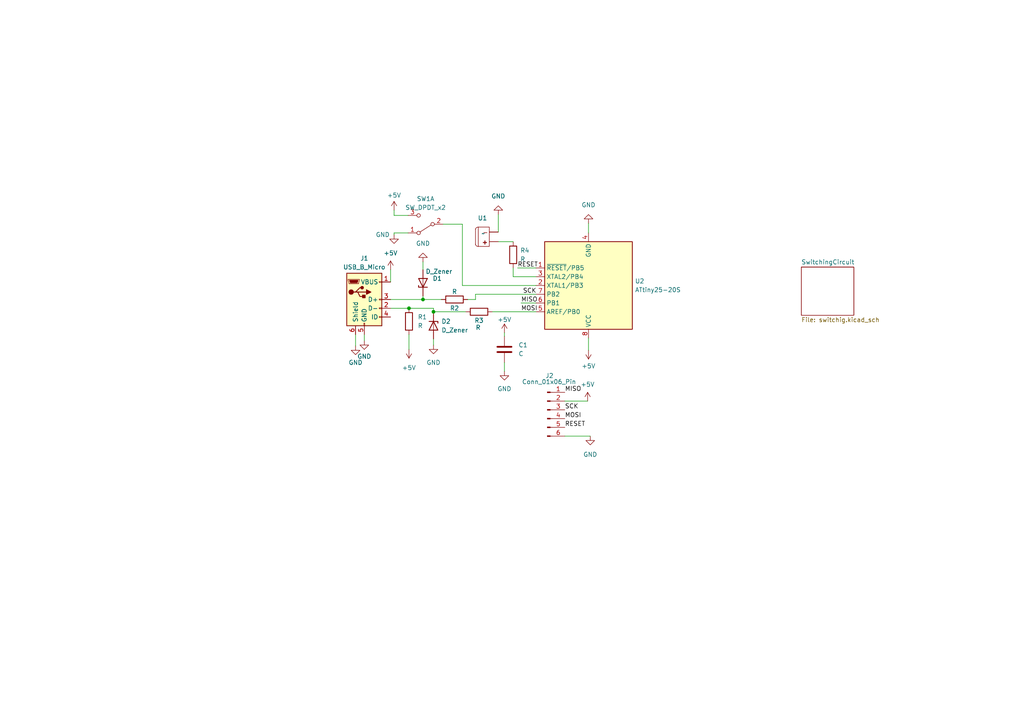
<source format=kicad_sch>
(kicad_sch (version 20230121) (generator eeschema)
  (paper "A4")
  (title_block (title "USB Interrupter") (date "2023-11-23") (rev "1.0") (company "UN Sede Manizales") (comment 1 "Juan Daniel Gonzalez Gonzalez") (comment 2 "Juan Felipe Osorio Franco"))
  (lib_symbols
    (symbol "Connector:Conn_01x06_Pin" (pin_names (offset 1.016) hide)
      (property "Reference" "J" (at 0 7.62 0))
      (property "Value" "Conn_01x06_Pin" (at 0 -10.16 0))
      (symbol "Conn_01x06_Pin_1_1"
        (polyline (pts (xy 1.27 -7.62) (xy 0.8636 -7.62)) (stroke (width 0.1524)))
        (polyline (pts (xy 1.27 -5.08) (xy 0.8636 -5.08)) (stroke (width 0.1524)))
        (polyline (pts (xy 1.27 -2.54) (xy 0.8636 -2.54)) (stroke (width 0.1524)))
        (polyline (pts (xy 1.27 0) (xy 0.8636 0)) (stroke (width 0.1524)))
        (polyline (pts (xy 1.27 2.54) (xy 0.8636 2.54)) (stroke (width 0.1524)))
        (polyline (pts (xy 1.27 5.08) (xy 0.8636 5.08)) (stroke (width 0.1524)))
        (rectangle (start 0.8636 -7.493) (end 0 -7.747) (stroke (width 0.1524)) (fill (type outline)))
        (rectangle (start 0.8636 -4.953) (end 0 -5.207) (stroke (width 0.1524)) (fill (type outline)))
        (rectangle (start 0.8636 -2.413) (end 0 -2.667) (stroke (width 0.1524)) (fill (type outline)))
        (rectangle (start 0.8636 0.127) (end 0 -0.127) (stroke (width 0.1524)) (fill (type outline)))
        (rectangle (start 0.8636 2.667) (end 0 2.413) (stroke (width 0.1524)) (fill (type outline)))
        (rectangle (start 0.8636 5.207) (end 0 4.953) (stroke (width 0.1524)) (fill (type outline)))
        (pin passive line (at 5.08 5.08 180) (length 3.81) (name "Pin_1") (number "1"))
        (pin passive line (at 5.08 2.54 180) (length 3.81) (name "Pin_2") (number "2"))
        (pin passive line (at 5.08 0 180) (length 3.81) (name "Pin_3") (number "3"))
        (pin passive line (at 5.08 -2.54 180) (length 3.81) (name "Pin_4") (number "4"))
        (pin passive line (at 5.08 -5.08 180) (length 3.81) (name "Pin_5") (number "5"))
        (pin passive line (at 5.08 -7.62 180) (length 3.81) (name "Pin_6") (number "6"))
      )
    )
    (symbol "Connector:USB_B_Micro" (pin_names (offset 1.016))
      (property "Reference" "J" (at -5.08 11.43 0))
      (property "Value" "USB_B_Micro" (at -5.08 8.89 0))
      (symbol "USB_B_Micro_0_1"
        (rectangle (start -5.08 -7.62) (end 5.08 7.62) (stroke (width 0.254)) (fill (type background)))
        (circle (center -3.81 2.159) (radius 0.635) (stroke (width 0.254)) (fill (type outline)))
        (circle (center -0.635 3.429) (radius 0.381) (stroke (width 0.254)) (fill (type outline)))
        (rectangle (start -0.127 -7.62) (end 0.127 -6.858))
        (polyline (pts (xy -1.905 2.159) (xy 0.635 2.159)) (stroke (width 0.254)))
        (polyline (pts (xy -3.175 2.159) (xy -2.54 2.159) (xy -1.27 3.429) (xy -0.635 3.429)) (stroke (width 0.254)))
        (polyline (pts (xy -2.54 2.159) (xy -1.905 2.159) (xy -1.27 0.889) (xy 0 0.889)) (stroke (width 0.254)))
        (polyline (pts (xy 0.635 2.794) (xy 0.635 1.524) (xy 1.905 2.159) (xy 0.635 2.794)) (stroke (width 0.254)) (fill (type outline)))
        (polyline (pts (xy -4.318 5.588) (xy -1.778 5.588) (xy -2.032 4.826) (xy -4.064 4.826) (xy -4.318 5.588)) (fill (type outline)))
        (polyline (pts (xy -4.699 5.842) (xy -4.699 5.588) (xy -4.445 4.826) (xy -4.445 4.572) (xy -1.651 4.572) (xy -1.651 4.826) (xy -1.397 5.588) (xy -1.397 5.842) (xy -4.699 5.842)))
        (rectangle (start 0.254 1.27) (end -0.508 0.508) (stroke (width 0.254)) (fill (type outline)))
        (rectangle (start 5.08 -5.207) (end 4.318 -4.953))
        (rectangle (start 5.08 -2.667) (end 4.318 -2.413))
        (rectangle (start 5.08 -0.127) (end 4.318 0.127))
        (rectangle (start 5.08 4.953) (end 4.318 5.207))
      )
      (symbol "USB_B_Micro_1_1"
        (pin power_out line (at 7.62 5.08 180) (length 2.54) (name "VBUS") (number "1"))
        (pin bidirectional line (at 7.62 -2.54 180) (length 2.54) (name "D-") (number "2"))
        (pin bidirectional line (at 7.62 0 180) (length 2.54) (name "D+") (number "3"))
        (pin passive line (at 7.62 -5.08 180) (length 2.54) (name "ID") (number "4"))
        (pin power_out line (at 0 -10.16 90) (length 2.54) (name "GND") (number "5"))
        (pin passive line (at -2.54 -10.16 90) (length 2.54) (name "Shield") (number "6"))
      )
    )
    (symbol "Device:C" (pin_numbers hide) (pin_names (offset 0.254))
      (property "Reference" "C" (at 0.635 2.54 0))
      (property "Value" "C" (at 0.635 -2.54 0))
      (symbol "C_0_1"
        (polyline (pts (xy -2.032 -0.762) (xy 2.032 -0.762)) (stroke (width 0.508)))
        (polyline (pts (xy -2.032 0.762) (xy 2.032 0.762)) (stroke (width 0.508)))
      )
      (symbol "C_1_1"
        (pin passive line (at 0 3.81 270) (length 2.794) (name "~") (number "1"))
        (pin passive line (at 0 -3.81 90) (length 2.794) (name "~") (number "2"))
      )
    )
    (symbol "Device:D_Zener" (pin_numbers hide) (pin_names (offset 1.016) hide)
      (property "Reference" "D" (at 0 2.54 0))
      (property "Value" "D_Zener" (at 0 -2.54 0))
      (symbol "D_Zener_0_1"
        (polyline (pts (xy 1.27 0) (xy -1.27 0)))
        (polyline (pts (xy -1.27 -1.27) (xy -1.27 1.27) (xy -0.762 1.27)) (stroke (width 0.254)))
        (polyline (pts (xy 1.27 -1.27) (xy 1.27 1.27) (xy -1.27 0) (xy 1.27 -1.27)) (stroke (width 0.254)))
      )
      (symbol "D_Zener_1_1"
        (pin passive line (at -3.81 0 0) (length 2.54) (name "K") (number "1"))
        (pin passive line (at 3.81 0 180) (length 2.54) (name "A") (number "2"))
      )
    )
    (symbol "Device:R" (pin_numbers hide) (pin_names (offset 0))
      (property "Reference" "R" (at 2.032 0 90))
      (property "Value" "R" (at 0 0 90))
      (symbol "R_0_1"
        (rectangle (start -1.016 -2.54) (end 1.016 2.54) (stroke (width 0.254)))
      )
      (symbol "R_1_1"
        (pin passive line (at 0 3.81 270) (length 1.27) (name "~") (number "1"))
        (pin passive line (at 0 -3.81 90) (length 1.27) (name "~") (number "2"))
      )
    )
    (symbol "FibreOpticTransmitterJack:FibreOpticTransmitterJack"
      (property "Reference" "U" (at 0 6.1468 0))
      (symbol "FibreOpticTransmitterJack_0_1"
        (rectangle (start 2.6162 4.1656) (end 5.8166 -1.4478))
      )
      (symbol "FibreOpticTransmitterJack_1_1"
        (polyline (pts (xy 6.604 3.5814) (xy 6.604 -0.8636)))
        (arc (start 5.7912 -1.4224) (mid 6.3239 -1.2859) (end 6.604 -0.8128))
        (arc (start 6.604 3.5306) (mid 6.3291 4.0164) (end 5.7912 4.1656))
        (text "+" (at 3.8862 2.9464 0) (effects (font (size 1.27 1.27) bold)))
        (text "-" (at 3.7592 0.0762 0) (effects (font (size 1.27 1.27))))
        (pin passive line (at 0 0 0) (length 2.54) (name "") (number ""))
        (pin passive line (at 0 2.794 0) (length 2.54) (name "") (number ""))
      )
    )
    (symbol "MCU_Microchip_ATtiny:ATtiny25-20S"
      (property "Reference" "U" (at -12.7 13.97 0))
      (property "Value" "ATtiny25-20S" (at 2.54 -13.97 0))
      (symbol "ATtiny25-20S_0_1"
        (rectangle (start -12.7 -12.7) (end 12.7 12.7) (stroke (width 0.254)) (fill (type background)))
      )
      (symbol "ATtiny25-20S_1_1"
        (pin bidirectional line (at 15.24 -5.08 180) (length 2.54) (name "~{RESET}/PB5") (number "1"))
        (pin bidirectional line (at 15.24 0 180) (length 2.54) (name "XTAL1/PB3") (number "2"))
        (pin bidirectional line (at 15.24 -2.54 180) (length 2.54) (name "XTAL2/PB4") (number "3"))
        (pin power_in line (at 0 -15.24 90) (length 2.54) (name "GND") (number "4"))
        (pin bidirectional line (at 15.24 7.62 180) (length 2.54) (name "AREF/PB0") (number "5"))
        (pin bidirectional line (at 15.24 5.08 180) (length 2.54) (name "PB1") (number "6"))
        (pin bidirectional line (at 15.24 2.54 180) (length 2.54) (name "PB2") (number "7"))
        (pin power_in line (at 0 15.24 270) (length 2.54) (name "VCC") (number "8"))
      )
    )
    (symbol "Switch:SW_DPDT_x2" (pin_names (offset 0) hide)
      (property "Reference" "SW" (at 0 4.318 0))
      (property "Value" "SW_DPDT_x2" (at 0 -5.08 0))
      (symbol "SW_DPDT_x2_0_0"
        (circle (center -2.032 0) (radius 0.508))
        (circle (center 2.032 -2.54) (radius 0.508))
      )
      (symbol "SW_DPDT_x2_0_1"
        (polyline (pts (xy -1.524 0.254) (xy 1.651 2.286)))
        (circle (center 2.032 2.54) (radius 0.508))
      )
      (symbol "SW_DPDT_x2_1_1"
        (pin passive line (at 5.08 2.54 180) (length 2.54) (name "A") (number "1"))
        (pin passive line (at -5.08 0 0) (length 2.54) (name "B") (number "2"))
        (pin passive line (at 5.08 -2.54 180) (length 2.54) (name "C") (number "3"))
      )
      (symbol "SW_DPDT_x2_2_1"
        (pin passive line (at 5.08 2.54 180) (length 2.54) (name "A") (number "4"))
        (pin passive line (at -5.08 0 0) (length 2.54) (name "B") (number "5"))
        (pin passive line (at 5.08 -2.54 180) (length 2.54) (name "C") (number "6"))
      )
    )
    (symbol "power:+5V" (power) (pin_names (offset 0))
      (property "Value" "+5V" (at 0 3.556 0))
      (symbol "+5V_0_1"
        (polyline (pts (xy -0.762 1.27) (xy 0 2.54)))
        (polyline (pts (xy 0 0) (xy 0 2.54)))
        (polyline (pts (xy 0 2.54) (xy 0.762 1.27)))
      )
      (symbol "+5V_1_1"
        (pin power_in line (at 0 0 90) (length 0) hide (name "+5V") (number "1"))
      )
    )
    (symbol "power:GND" (power) (pin_names (offset 0))
      (property "Value" "GND" (at 0 -3.81 0))
      (symbol "GND_0_1"
        (polyline (pts (xy 0 0) (xy 0 -1.27) (xy 1.27 -1.27) (xy 0 -2.54) (xy -1.27 -1.27) (xy 0 -1.27)))
      )
      (symbol "GND_1_1"
        (pin power_in line (at 0 0 270) (length 0) hide (name "GND") (number "1"))
      )
    )
  )
  (junction (at 118.618 89.408))
  (junction (at 122.682 86.868))
  (junction (at 125.73 90.424))
  (wire (pts (xy 170.688 64.77) (xy 170.688 67.564)))
  (wire (pts (xy 155.448 80.264) (xy 148.844 80.264)))
  (wire (pts (xy 122.682 75.946) (xy 122.682 78.232)))
  (wire (pts (xy 118.618 89.408) (xy 125.73 89.408)))
  (wire (pts (xy 125.73 90.424) (xy 135.128 90.424)))
  (wire (pts (xy 163.83 126.492) (xy 171.196 126.492)))
  (wire (pts (xy 144.526 70.104) (xy 148.844 70.104)))
  (wire (pts (xy 150.114 77.724) (xy 155.448 77.724)))
  (wire (pts (xy 113.284 78.232) (xy 113.284 81.788)))
  (wire (pts (xy 170.688 98.044) (xy 170.688 101.6)))
  (wire (pts (xy 105.664 97.028) (xy 105.664 98.806)))
  (wire (pts (xy 114.3 67.564) (xy 114.3 68.072)))
  (wire (pts (xy 137.922 86.868) (xy 135.636 86.868)))
  (wire (pts (xy 155.448 85.344) (xy 137.922 85.344)))
  (wire (pts (xy 114.3 60.96) (xy 114.3 62.484)))
  (wire (pts (xy 146.304 105.156) (xy 146.304 107.696)))
  (wire (pts (xy 113.284 86.868) (xy 122.682 86.868)))
  (wire (pts (xy 118.618 89.408) (xy 113.284 89.408)))
  (wire (pts (xy 137.922 85.344) (xy 137.922 86.868)))
  (wire (pts (xy 163.83 116.332) (xy 170.434 116.332)))
  (wire (pts (xy 125.73 89.408) (xy 125.73 90.424)))
  (wire (pts (xy 118.364 62.484) (xy 114.3 62.484)))
  (wire (pts (xy 103.124 97.028) (xy 103.124 100.33)))
  (wire (pts (xy 151.13 87.884) (xy 155.448 87.884)))
  (wire (pts (xy 118.364 67.564) (xy 114.3 67.564)))
  (wire (pts (xy 148.844 80.264) (xy 148.844 77.724)))
  (wire (pts (xy 118.618 97.028) (xy 118.618 101.346)))
  (wire (pts (xy 144.526 62.23) (xy 144.526 67.31)))
  (wire (pts (xy 125.73 90.424) (xy 125.73 90.678)))
  (wire (pts (xy 122.682 85.852) (xy 122.682 86.868)))
  (wire (pts (xy 128.524 65.024) (xy 134.112 65.024)))
  (wire (pts (xy 134.112 65.024) (xy 134.112 82.804)))
  (wire (pts (xy 146.304 96.52) (xy 146.304 97.536)))
  (wire (pts (xy 134.112 82.804) (xy 155.448 82.804)))
  (wire (pts (xy 122.682 86.868) (xy 128.016 86.868)))
  (wire (pts (xy 125.73 98.298) (xy 125.73 100.076)))
  (wire (pts (xy 155.448 90.424) (xy 142.748 90.424)))
  (label "RESET" (at 163.83 123.952 0))
  (label "RESET" (at 150.114 77.724 0))
  (label "MOSI" (at 151.13 90.424 0))
  (label "MISO" (at 151.13 87.884 0))
  (label "SCK" (at 163.83 118.872 0))
  (label "MISO" (at 163.83 113.792 0))
  (label "MOSI" (at 163.83 121.412 0))
  (label "SCK" (at 151.638 85.344 0))
  (symbol (lib_id "power:GND") (at 122.682 75.946 180) (unit 1)
    (property "Reference" "#PWR07" (effects hide))
    (property "Value" "GND" (at 122.682 70.612 0))
  )
  (symbol (lib_id "Device:D_Zener") (at 122.682 82.042 90) (unit 1)
    (property "Reference" "D1" (at 125.476 80.772 90) (effects (justify right)))
    (property "Value" "D_Zener" (at 123.444 78.74 90) (effects (justify right)))
  )
  (symbol (lib_id "Device:C") (at 146.304 101.346 0) (unit 1)
    (property "Reference" "C1" (at 150.368 100.076 0) (effects (justify left)))
    (property "Value" "C" (at 150.368 102.616 0) (effects (justify left)))
  )
  (symbol (lib_id "power:+5V") (at 113.284 78.232 0) (unit 1)
    (property "Reference" "#PWR03" (effects hide))
    (property "Value" "+5V" (at 113.284 73.406 0))
  )
  (symbol (lib_id "Connector:USB_B_Micro") (at 105.664 86.868 0) (unit 1)
    (property "Reference" "J1" (at 105.664 74.93 0))
    (property "Value" "USB_B_Micro" (at 105.664 77.47 0))
    (property "Footprint" "Connector_USB:USB_Micro-B_Molex-105017-0001" (effects hide))
    (property "Datasheet" "https://co.mouser.com/ProductDetail/Molex/105017-0001?qs=hlXxxvYE36k7QcsR97GUKA%3D%3D" (effects hide))
  )
  (symbol (lib_id "Device:R") (at 148.844 73.914 0) (unit 1)
    (property "Reference" "R4" (at 150.876 72.644 0) (effects (justify left)))
    (property "Value" "R" (at 150.876 75.184 0) (effects (justify left)))
  )
  (symbol (lib_id "power:GND") (at 114.3 68.072 0) (unit 1)
    (property "Reference" "#PWR05" (effects hide))
    (property "Value" "GND" (at 110.998 68.072 0))
  )
  (symbol (lib_id "power:GND") (at 171.196 126.492 0) (unit 1)
    (property "Reference" "#PWR015" (effects hide))
    (property "Value" "GND" (at 171.196 131.826 0))
  )
  (symbol (lib_id "power:+5V") (at 170.688 101.6 180) (unit 1)
    (property "Reference" "#PWR014" (effects hide))
    (property "Value" "+5V" (at 170.688 106.172 0))
  )
  (symbol (lib_id "Switch:SW_DPDT_x2") (at 123.444 65.024 180) (unit 1)
    (property "Reference" "SW1" (at 123.444 57.658 0))
    (property "Value" "SW_DPDT_x2" (at 123.444 60.198 0))
  )
  (symbol (lib_id "Device:R") (at 118.618 93.218 0) (unit 1)
    (property "Reference" "R1" (at 121.158 91.948 0) (effects (justify left)))
    (property "Value" "R" (at 121.158 94.488 0) (effects (justify left)))
  )
  (symbol (lib_id "Device:D_Zener") (at 125.73 94.488 270) (unit 1)
    (property "Reference" "D2" (at 128.016 93.218 90) (effects (justify left)))
    (property "Value" "D_Zener" (at 128.016 95.758 90) (effects (justify left)))
  )
  (symbol (lib_id "FibreOpticTransmitterJack:FibreOpticTransmitterJack") (at 144.526 67.31 180) (unit 1)
    (property "Reference" "U1" (at 139.954 63.246 0))
    (property "Value" "~" (at 140.1572 67.7418 0))
  )
  (symbol (lib_id "power:GND") (at 125.73 100.076 0) (unit 1)
    (property "Reference" "#PWR08" (effects hide))
    (property "Value" "GND" (at 125.73 105.156 0))
  )
  (symbol (lib_id "Connector:Conn_01x06_Pin") (at 158.75 118.872 0) (unit 1)
    (property "Reference" "J2" (at 159.385 108.966 0))
    (property "Value" "Conn_01x06_Pin" (at 159.258 110.744 0))
    (property "Footprint" "Connector_PinHeader_1.00mm:PinHeader_2x03_P1.00mm_Vertical" (effects hide))
  )
  (symbol (lib_id "Device:R") (at 138.938 90.424 90) (unit 1)
    (property "Reference" "R3" (at 138.938 92.964 90))
    (property "Value" "R" (at 138.684 94.996 90))
  )
  (symbol (lib_id "power:GND") (at 103.124 100.33 0) (unit 1)
    (property "Reference" "#PWR01" (effects hide))
    (property "Value" "GND" (at 103.124 105.156 0))
  )
  (symbol (lib_id "power:GND") (at 146.304 107.696 0) (unit 1)
    (property "Reference" "#PWR011" (effects hide))
    (property "Value" "GND" (at 146.304 112.776 0))
  )
  (symbol (lib_id "MCU_Microchip_ATtiny:ATtiny25-20S") (at 170.688 82.804 180) (unit 1)
    (property "Reference" "U2" (at 184.15 81.534 0) (effects (justify right)))
    (property "Value" "ATtiny25-20S" (at 184.15 84.074 0) (effects (justify right)))
    (property "Footprint" "Package_SO:SOIC-8W_5.3x5.3mm_P1.27mm" (effects hide))
    (property "Datasheet" "http://ww1.microchip.com/downloads/en/DeviceDoc/atmel-2586-avr-8-bit-microcontroller-attiny25-attiny45-attiny85_datasheet.pdf" (effects hide))
  )
  (symbol (lib_id "power:GND") (at 105.664 98.806 0) (unit 1)
    (property "Reference" "#PWR02" (effects hide))
    (property "Value" "GND" (at 105.664 103.378 0))
  )
  (symbol (lib_id "Device:R") (at 131.826 86.868 90) (unit 1)
    (property "Reference" "R2" (at 131.826 89.408 90))
    (property "Value" "R" (at 131.826 84.582 90))
  )
  (symbol (lib_id "power:GND") (at 144.526 62.23 180) (unit 1)
    (property "Reference" "#PWR09" (effects hide))
    (property "Value" "GND" (at 144.526 56.896 0))
  )
  (symbol (lib_id "power:+5V") (at 114.3 60.96 0) (unit 1)
    (property "Reference" "#PWR04" (effects hide))
    (property "Value" "+5V" (at 114.3 56.642 0))
  )
  (symbol (lib_id "power:GND") (at 170.688 64.77 180) (unit 1)
    (property "Reference" "#PWR013" (effects hide))
    (property "Value" "GND" (at 170.688 59.436 0))
  )
  (symbol (lib_id "power:+5V") (at 118.618 101.346 180) (unit 1)
    (property "Reference" "#PWR06" (effects hide))
    (property "Value" "+5V" (at 118.618 106.68 0))
  )
  (symbol (lib_id "power:+5V") (at 170.434 116.332 0) (unit 1)
    (property "Reference" "#PWR012" (effects hide))
    (property "Value" "+5V" (at 170.434 111.506 0))
  )
  (symbol (lib_id "power:+5V") (at 146.304 96.52 0) (unit 1)
    (property "Reference" "#PWR010" (effects hide))
    (property "Value" "+5V" (at 146.304 92.71 0))
  )
  (sheet (at 232.41 77.47) (size 15.24 13.97) (stroke (width 0.1524))
    (property "Sheetname" "SwitchingCircuit" (at 232.41 76.7584 0) (effects (justify left bottom)))
    (property "Sheetfile" "switchig.kicad_sch" (at 232.41 92.0246 0) (effects (justify left top)))
  )
)
</source>
